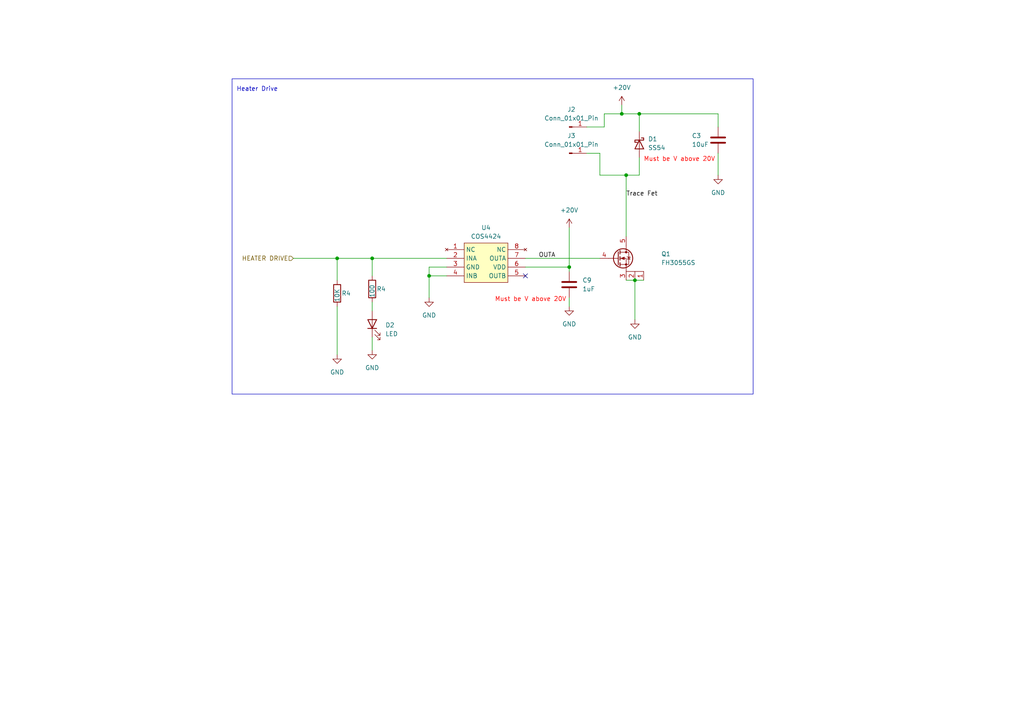
<source format=kicad_sch>
(kicad_sch (version 20230121) (generator eeschema)
  (paper "A4")
  (lib_symbols
    (symbol "Connector:Conn_01x01_Pin" (pin_names (offset 1.016) hide)
      (property "Reference" "J" (at 0 2.54 0))
      (property "Value" "Conn_01x01_Pin" (at 0 -2.54 0))
      (symbol "Conn_01x01_Pin_1_1"
        (polyline (pts (xy 1.27 0) (xy 0.8636 0)) (stroke (width 0.1524)))
        (rectangle (start 0.8636 0.127) (end 0 -0.127) (stroke (width 0.1524)) (fill (type outline)))
        (pin passive line (at 5.08 0 180) (length 3.81) (name "Pin_1") (number "1"))
      )
    )
    (symbol "Device:C" (pin_numbers hide) (pin_names (offset 0.254))
      (property "Reference" "C" (at 0.635 2.54 0))
      (property "Value" "C" (at 0.635 -2.54 0))
      (symbol "C_0_1"
        (polyline (pts (xy -2.032 -0.762) (xy 2.032 -0.762)) (stroke (width 0.508)))
        (polyline (pts (xy -2.032 0.762) (xy 2.032 0.762)) (stroke (width 0.508)))
      )
      (symbol "C_1_1"
        (pin passive line (at 0 3.81 270) (length 2.794) (name "~") (number "1"))
        (pin passive line (at 0 -3.81 90) (length 2.794) (name "~") (number "2"))
      )
    )
    (symbol "Device:LED" (pin_numbers hide) (pin_names (offset 1.016) hide)
      (property "Reference" "D" (at 0 2.54 0))
      (property "Value" "LED" (at 0 -2.54 0))
      (symbol "LED_0_1"
        (polyline (pts (xy -1.27 -1.27) (xy -1.27 1.27)) (stroke (width 0.254)))
        (polyline (pts (xy -1.27 0) (xy 1.27 0)))
        (polyline (pts (xy 1.27 -1.27) (xy 1.27 1.27) (xy -1.27 0) (xy 1.27 -1.27)) (stroke (width 0.254)))
        (polyline (pts (xy -3.048 -0.762) (xy -4.572 -2.286) (xy -3.81 -2.286) (xy -4.572 -2.286) (xy -4.572 -1.524)))
        (polyline (pts (xy -1.778 -0.762) (xy -3.302 -2.286) (xy -2.54 -2.286) (xy -3.302 -2.286) (xy -3.302 -1.524)))
      )
      (symbol "LED_1_1"
        (pin passive line (at -3.81 0 0) (length 2.54) (name "K") (number "1"))
        (pin passive line (at 3.81 0 180) (length 2.54) (name "A") (number "2"))
      )
    )
    (symbol "Device:R" (pin_numbers hide) (pin_names (offset 0))
      (property "Reference" "R" (at 2.032 0 90))
      (property "Value" "R" (at 0 0 90))
      (symbol "R_0_1"
        (rectangle (start -1.016 -2.54) (end 1.016 2.54) (stroke (width 0.254)))
      )
      (symbol "R_1_1"
        (pin passive line (at 0 3.81 270) (length 1.27) (name "~") (number "1"))
        (pin passive line (at 0 -3.81 90) (length 1.27) (name "~") (number "2"))
      )
    )
    (symbol "Diode:B140-E3" (pin_numbers hide) (pin_names hide)
      (property "Reference" "D" (at 0 2.54 0))
      (property "Value" "B140-E3" (at 0 -2.54 0))
      (symbol "B140-E3_0_1"
        (polyline (pts (xy 1.27 0) (xy -1.27 0)))
        (polyline (pts (xy 1.27 1.27) (xy 1.27 -1.27) (xy -1.27 0) (xy 1.27 1.27)) (stroke (width 0.254)))
        (polyline (pts (xy -1.905 0.635) (xy -1.905 1.27) (xy -1.27 1.27) (xy -1.27 -1.27) (xy -0.635 -1.27) (xy -0.635 -0.635)) (stroke (width 0.254)))
      )
      (symbol "B140-E3_1_1"
        (pin passive line (at -3.81 0 0) (length 2.54) (name "K") (number "1"))
        (pin passive line (at 3.81 0 180) (length 2.54) (name "A") (number "2"))
      )
    )
    (symbol "Driver_FET:COS4424"
      (property "Reference" "U4" (at 0 7.62 0))
      (property "Value" "~" (at 0 0 0))
      (symbol "COS4424_0_0"
        (pin unspecified line (at -11.43 1.27 0) (length 5.08) (name "INA") (number "2"))
        (pin unspecified line (at -11.43 -1.27 0) (length 5.08) (name "GND") (number "3"))
        (pin unspecified line (at -11.43 -3.81 0) (length 5.08) (name "INB") (number "4"))
        (pin unspecified line (at 11.43 -3.81 180) (length 5.08) (name "OUTB") (number "5"))
        (pin unspecified line (at 11.43 -1.27 180) (length 5.08) (name "VDD") (number "6"))
        (pin unspecified line (at 11.43 1.27 180) (length 5.08) (name "OUTA") (number "7"))
      )
      (symbol "COS4424_1_0"
        (pin no_connect line (at -11.43 3.81 0) (length 5.08) (name "NC") (number "1"))
        (pin no_connect line (at 11.43 3.81 180) (length 5.08) (name "NC") (number "8"))
      )
      (symbol "COS4424_1_1"
        (rectangle (start -6.35 5.715) (end 6.35 -5.715) (stroke (width 0.1524)) (fill (type background)))
      )
    )
    (symbol "Transistor_FET:FH3055GS" (pin_names hide)
      (property "Reference" "Q" (at -1.905 2.54 90))
      (property "Value" "FH3055GS" (at -2.54 17.78 90))
      (property "LCSC" "C5159034" (at 0 22.86 90))
      (symbol "FH3055GS_0_1"
        (circle (center -1.778 0) (radius 0.254) (fill (type outline)))
        (circle (center 0 -0.889) (radius 2.794) (stroke (width 0.254)))
        (polyline (pts (xy -2.54 0) (xy -1.778 0)))
        (polyline (pts (xy -2.286 -1.778) (xy -1.27 -1.778)) (stroke (width 0.254)))
        (polyline (pts (xy -1.905 -2.286) (xy 1.905 -2.286)) (stroke (width 0.254)))
        (polyline (pts (xy -0.508 -1.778) (xy 0.508 -1.778)) (stroke (width 0.254)))
        (polyline (pts (xy 0 -2.286) (xy 0 -5.08)))
        (polyline (pts (xy 1.27 -1.778) (xy 2.286 -1.778)) (stroke (width 0.254)))
        (polyline (pts (xy -2.54 0) (xy -3.81 0) (xy -3.81 0)))
        (polyline (pts (xy 2.54 0) (xy 0 0) (xy 0 -1.778)))
        (polyline (pts (xy 2.54 0) (xy 3.81 0) (xy 3.81 5.08)))
        (polyline (pts (xy -0.508 0.254) (xy -0.381 0.381) (xy -0.381 1.143) (xy -0.254 1.27)))
        (polyline (pts (xy -0.381 0.762) (xy 0.254 0.381) (xy 0.254 1.143) (xy -0.381 0.762)))
        (polyline (pts (xy 0 -1.524) (xy -0.381 -0.508) (xy 0.381 -0.508) (xy 0 -1.524)) (fill (type outline)))
        (polyline (pts (xy 1.778 -1.778) (xy 1.778 0.762) (xy -1.778 0.762) (xy -1.778 -1.778)))
        (circle (center 1.778 0) (radius 0.254) (fill (type outline)))
      )
      (symbol "FH3055GS_1_1"
        (pin passive line (at 6.35 5.08 180) (length 2.54) (name "S") (number "1"))
        (pin passive line (at 6.35 2.54 180) (length 2.54) (name "S") (number "2"))
        (pin passive line (at 6.35 0 180) (length 2.54) (name "S") (number "3"))
        (pin input line (at 0 -7.62 90) (length 2.54) (name "G") (number "4"))
        (pin passive line (at -6.35 0 0) (length 2.54) (name "D") (number "5"))
      )
    )
    (symbol "power:+20V_USBPD" (power) (pin_names (offset 0))
      (property "Value" "+20V_USBPD" (at 0 3.81 0))
      (symbol "+20V_USBPD_0_1"
        (polyline (pts (xy -0.762 1.27) (xy 0 2.54)))
        (polyline (pts (xy 0 0) (xy 0 2.54)))
        (polyline (pts (xy 0 2.54) (xy 0.762 1.27)))
      )
      (symbol "+20V_USBPD_1_1"
        (pin power_in line (at 0 0 180) (length 0) hide (name "+20V") (number "1"))
      )
    )
    (symbol "power:GND" (power) (pin_names (offset 0))
      (property "Value" "GND" (at 0 -3.81 0))
      (symbol "GND_0_1"
        (polyline (pts (xy 0 0) (xy 0 -1.27) (xy 1.27 -1.27) (xy 0 -2.54) (xy -1.27 -1.27) (xy 0 -1.27)))
      )
      (symbol "GND_1_1"
        (pin power_in line (at 0 0 270) (length 0) hide (name "GND") (number "1"))
      )
    )
  )
  (junction (at 185.42 33.02))
  (junction (at 184.15 81.28))
  (junction (at 180.34 33.02))
  (junction (at 165.1 77.47))
  (junction (at 124.46 80.01))
  (junction (at 107.95 74.93))
  (junction (at 181.61 50.8))
  (junction (at 97.79 74.93))
  (no_connect (at 152.4 80.01))
  (wire (pts (xy 97.79 74.93) (xy 97.79 81.28)))
  (wire (pts (xy 185.42 50.8) (xy 185.42 45.72)))
  (wire (pts (xy 107.95 97.79) (xy 107.95 101.6)))
  (wire (pts (xy 170.18 44.45) (xy 173.99 44.45)))
  (wire (pts (xy 180.34 30.48) (xy 180.34 33.02)))
  (wire (pts (xy 173.99 44.45) (xy 173.99 50.8)))
  (wire (pts (xy 124.46 80.01) (xy 124.46 86.36)))
  (wire (pts (xy 175.26 33.02) (xy 180.34 33.02)))
  (wire (pts (xy 124.46 77.47) (xy 124.46 80.01)))
  (wire (pts (xy 107.95 87.63) (xy 107.95 90.17)))
  (wire (pts (xy 129.54 77.47) (xy 124.46 77.47)))
  (wire (pts (xy 85.09 74.93) (xy 97.79 74.93)))
  (wire (pts (xy 152.4 74.93) (xy 173.99 74.93)))
  (wire (pts (xy 208.28 44.45) (xy 208.28 50.8)))
  (wire (pts (xy 97.79 88.9) (xy 97.79 102.87)))
  (wire (pts (xy 173.99 50.8) (xy 181.61 50.8)))
  (wire (pts (xy 107.95 74.93) (xy 107.95 80.01)))
  (wire (pts (xy 129.54 80.01) (xy 124.46 80.01)))
  (wire (pts (xy 184.15 81.28) (xy 184.15 92.71)))
  (wire (pts (xy 185.42 33.02) (xy 208.28 33.02)))
  (wire (pts (xy 165.1 66.04) (xy 165.1 77.47)))
  (wire (pts (xy 165.1 86.36) (xy 165.1 88.9)))
  (wire (pts (xy 165.1 77.47) (xy 165.1 78.74)))
  (wire (pts (xy 97.79 74.93) (xy 107.95 74.93)))
  (wire (pts (xy 165.1 77.47) (xy 152.4 77.47)))
  (wire (pts (xy 185.42 33.02) (xy 185.42 38.1)))
  (wire (pts (xy 181.61 68.58) (xy 181.61 50.8)))
  (wire (pts (xy 170.18 36.83) (xy 175.26 36.83)))
  (wire (pts (xy 181.61 81.28) (xy 184.15 81.28)))
  (wire (pts (xy 180.34 33.02) (xy 185.42 33.02)))
  (wire (pts (xy 107.95 74.93) (xy 129.54 74.93)))
  (wire (pts (xy 181.61 50.8) (xy 185.42 50.8)))
  (wire (pts (xy 208.28 33.02) (xy 208.28 36.83)))
  (wire (pts (xy 175.26 36.83) (xy 175.26 33.02)))
  (wire (pts (xy 184.15 81.28) (xy 186.69 81.28)))
  (rectangle (start 67.31 22.86) (end 218.44 114.3))
  (text "Must be V above 20V" (at 186.69 46.99 0) (effects (font (size 1.27 1.27)) (justify left bottom)))
  (text "Heater Drive" (at 68.58 26.67 0) (effects (font (size 1.27 1.27)) (justify left bottom)))
  (text "Must be V above 20V" (at 143.51 87.63 0) (effects (font (size 1.27 1.27)) (justify left bottom)))
  (label "Trace Fet" (at 181.61 57.15 0))
  (label "OUTA" (at 156.21 74.93 0))
  (hierarchical_label "HEATER DRIVE" (shape input) (at 85.09 74.93 180))
  (symbol (lib_id "Connector:Conn_01x01_Pin") (at 165.1 36.83 0) (unit 1)
    (property "Reference" "J2" (at 165.735 31.75 0))
    (property "Value" "Conn_01x01_Pin" (at 165.735 34.29 0))
    (property "Footprint" "TestPoint:TestPoint_Pad_D4.0mm" (effects hide))
  )
  (symbol (lib_id "power:GND") (at 97.79 102.87 0) (unit 1)
    (property "Reference" "#PWR029" (effects hide))
    (property "Value" "GND" (at 97.79 107.95 0))
  )
  (symbol (lib_id "power:GND") (at 165.1 88.9 0) (unit 1)
    (property "Reference" "#PWR027" (effects hide))
    (property "Value" "GND" (at 165.1 93.98 0))
  )
  (symbol (lib_id "power:GND") (at 107.95 101.6 0) (unit 1)
    (property "Reference" "#PWR031" (effects hide))
    (property "Value" "GND" (at 107.95 106.68 0))
  )
  (symbol (lib_id "power:GND") (at 184.15 92.71 0) (unit 1)
    (property "Reference" "#PWR030" (effects hide))
    (property "Value" "GND" (at 184.15 97.79 0))
  )
  (symbol (lib_id "Diode:B140-E3") (at 185.42 41.91 270) (unit 1)
    (property "Reference" "D1" (at 187.96 40.3225 90) (effects (justify left)))
    (property "Value" "SS54" (at 187.96 42.8625 90) (effects (justify left)))
    (property "Footprint" "Diode_SMD:D_SMA" (effects hide))
    (property "Datasheet" "http://www.vishay.com/docs/88946/b120.pdf" (effects hide))
    (property "LCSC" "C22452" (effects hide))
    (instances (project "Business Card PCB Hot Plate" (path "" (reference "D1") (unit 1)) (path "" (reference "D3") (unit 1))))
  )
  (symbol (lib_id "Device:R") (at 97.79 85.09 0) (unit 1)
    (property "Reference" "R4" (at 99.06 85.09 0) (effects (justify left)))
    (property "Value" "10K" (at 97.79 87.63 90) (effects (justify left)))
    (property "Footprint" "Resistor_SMD:R_0402_1005Metric" (effects hide))
    (property "LCSC" "C25744" (effects hide))
    (instances (project "Business Card PCB Hot Plate" (path "" (reference "R4") (unit 1)) (path "" (reference "R8") (unit 1))))
  )
  (symbol (lib_id "power:GND") (at 208.28 50.8 0) (unit 1)
    (property "Reference" "#PWR033" (effects hide))
    (property "Value" "GND" (at 208.28 55.88 0))
  )
  (symbol (lib_id "power:+20V_USBPD") (at 165.1 66.04 0) (unit 1)
    (property "Reference" "#PWR028" (effects hide))
    (property "Value" "+20V_USBPD" (at 165.1 60.96 0))
  )
  (symbol (lib_id "Connector:Conn_01x01_Pin") (at 165.1 44.45 0) (unit 1)
    (property "Reference" "J3" (at 165.735 39.37 0))
    (property "Value" "Conn_01x01_Pin" (at 165.735 41.91 0))
    (property "Footprint" "TestPoint:TestPoint_Pad_D4.0mm" (effects hide))
  )
  (symbol (lib_id "power:GND") (at 124.46 86.36 0) (unit 1)
    (property "Reference" "#PWR026" (effects hide))
    (property "Value" "GND" (at 124.46 91.44 0))
  )
  (symbol (lib_id "power:+20V_USBPD") (at 180.34 30.48 0) (unit 1)
    (property "Reference" "#PWR032" (effects hide))
    (property "Value" "+20V_USBPD" (at 180.34 25.4 0))
  )
  (symbol (lib_id "Device:C") (at 208.28 40.64 0) (unit 1)
    (property "Reference" "C3" (at 200.66 39.37 0) (effects (justify left)))
    (property "Value" "10uF" (at 200.66 41.91 0) (effects (justify left)))
    (property "Footprint" "Capacitor_SMD:C_1206_3216Metric" (effects hide))
    (property "LCSC" "C13585" (effects hide))
    (instances (project "Business Card PCB Hot Plate" (path "" (reference "C3") (unit 1)) (path "" (reference "C10") (unit 1))))
  )
  (symbol (lib_id "Device:R") (at 107.95 83.82 0) (unit 1)
    (property "Reference" "R4" (at 109.22 83.82 0) (effects (justify left)))
    (property "Value" "100" (at 107.95 86.36 90) (effects (justify left)))
    (property "Footprint" "Resistor_SMD:R_0402_1005Metric" (effects hide))
    (property "LCSC" "C25076" (effects hide))
    (instances (project "Business Card PCB Hot Plate" (path "" (reference "R4") (unit 1)) (path "" (reference "R9") (unit 1))))
  )
  (symbol (lib_id "Device:LED") (at 107.95 93.98 90) (unit 1)
    (property "Reference" "D2" (at 111.76 94.2975 90) (effects (justify right)))
    (property "Value" "LED" (at 111.76 96.8375 90) (effects (justify right)))
    (property "Footprint" "LED_SMD:LED_0603_1608Metric" (effects hide))
    (property "LCSC" "C2286" (effects hide))
  )
  (symbol (lib_id "Transistor_FET:FH3055GS") (at 181.61 74.93 270) (unit 1)
    (property "Reference" "Q1" (at 191.77 73.66 90) (effects (justify left)))
    (property "Value" "FH3055GS" (at 191.77 76.2 90) (effects (justify left)))
    (property "Footprint" "Package_DFN_QFN:AO_DFN-8-1EP_5.55x5.2mm_P1.27mm_EP4.12x4.6mm" (effects hide))
    (property "Datasheet" "https://wmsc.lcsc.com/wmsc/upload/file/pdf/v2/lcsc/2209091800_XIN-FEI-HONG-FH3055GS_C5159034.pdf" (effects hide))
    (property "LCSC" "C5159034" (effects hide))
    (instances (project "Business Card PCB Hot Plate" (path "" (reference "Q1") (unit 1)) (path "" (reference "Q2") (unit 1))))
  )
  (symbol (lib_id "Device:C") (at 165.1 82.55 0) (unit 1)
    (property "Reference" "C9" (at 168.91 81.28 0) (effects (justify left)))
    (property "Value" "1uF" (at 168.91 83.82 0) (effects (justify left)))
    (property "Footprint" "Capacitor_SMD:C_0402_1005Metric" (effects hide))
    (property "LCSC" "C52923" (effects hide))
  )
  (symbol (lib_id "Driver_FET:COS4424") (at 140.97 76.2 0) (unit 1)
    (property "Reference" "U4" (at 140.97 66.04 0))
    (property "Value" "COS4424" (at 140.97 68.58 0))
    (property "Footprint" "Package_SO:SOP-8_3.9x4.9mm_P1.27mm" (effects hide))
    (property "Datasheet" "https://wmsc.lcsc.com/wmsc/upload/file/pdf/v2/lcsc/2302161600_COSINE-COS4424SR_C5307912.pdf" (effects hide))
    (property "LCSC" "C5307912" (effects hide))
  )
)
</source>
